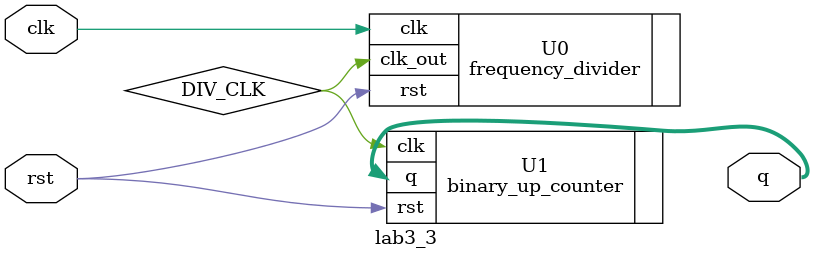
<source format=v>
`timescale 1ns / 1ps

`define BCD_COUNTER_BITS 4
`define RST_HIGH 1'b1

module lab3_3(
    q,
    rst,
    clk
    );
    output [`BCD_COUNTER_BITS-1:0]q;
    input rst;
    input clk;
    
//    reg [`BCD_COUNTER_BITS-1:0]q;
    wire DIV_CLK;
    
    frequency_divider U0(.clk(clk), .rst(rst), .clk_out(DIV_CLK));
    binary_up_counter U1(.clk(DIV_CLK), .rst(rst), .q(q));
endmodule

</source>
